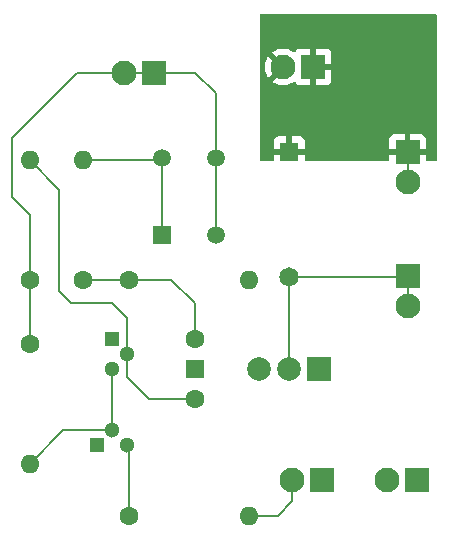
<source format=gbr>
%TF.GenerationSoftware,KiCad,Pcbnew,8.0.1*%
%TF.CreationDate,2024-07-20T13:09:04-07:00*%
%TF.ProjectId,Solenoid Control,536f6c65-6e6f-4696-9420-436f6e74726f,rev?*%
%TF.SameCoordinates,Original*%
%TF.FileFunction,Copper,L1,Top*%
%TF.FilePolarity,Positive*%
%FSLAX46Y46*%
G04 Gerber Fmt 4.6, Leading zero omitted, Abs format (unit mm)*
G04 Created by KiCad (PCBNEW 8.0.1) date 2024-07-20 13:09:04*
%MOMM*%
%LPD*%
G01*
G04 APERTURE LIST*
%TA.AperFunction,ComponentPad*%
%ADD10C,1.650000*%
%TD*%
%TA.AperFunction,ComponentPad*%
%ADD11R,1.650000X1.650000*%
%TD*%
%TA.AperFunction,ComponentPad*%
%ADD12C,1.600000*%
%TD*%
%TA.AperFunction,ComponentPad*%
%ADD13R,1.500000X1.500000*%
%TD*%
%TA.AperFunction,ComponentPad*%
%ADD14R,2.100000X2.100000*%
%TD*%
%TA.AperFunction,ComponentPad*%
%ADD15C,2.100000*%
%TD*%
%TA.AperFunction,ComponentPad*%
%ADD16O,1.600000X1.600000*%
%TD*%
%TA.AperFunction,ComponentPad*%
%ADD17R,1.300000X1.300000*%
%TD*%
%TA.AperFunction,ComponentPad*%
%ADD18C,1.300000*%
%TD*%
%TA.AperFunction,ComponentPad*%
%ADD19R,1.508000X1.508000*%
%TD*%
%TA.AperFunction,ComponentPad*%
%ADD20C,1.508000*%
%TD*%
%TA.AperFunction,ComponentPad*%
%ADD21C,2.010000*%
%TD*%
%TA.AperFunction,ComponentPad*%
%ADD22R,2.010000X2.010000*%
%TD*%
%TA.AperFunction,Conductor*%
%ADD23C,0.200000*%
%TD*%
G04 APERTURE END LIST*
D10*
%TO.P,D2,A*%
%TO.N,Net-(J2-Pin_1)*%
X148000000Y-75300000D03*
D11*
%TO.P,D2,C*%
%TO.N,/VCC*%
X148000000Y-64700000D03*
%TD*%
D12*
%TO.P,SW2,1,C*%
%TO.N,Net-(Q3-C)*%
X140000000Y-85580000D03*
D13*
%TO.P,SW2,2,B*%
%TO.N,Net-(Q1-G)*%
X140000000Y-83040000D03*
D12*
%TO.P,SW2,3,A*%
%TO.N,Net-(SW2-A)*%
X140000000Y-80500000D03*
%TD*%
D14*
%TO.P,J3,1,Pin_1*%
%TO.N,/VCC*%
X150000000Y-57500000D03*
D15*
%TO.P,J3,2,Pin_2*%
X147460000Y-57500000D03*
%TD*%
D12*
%TO.P,R3,1*%
%TO.N,Net-(J6-Pin_1)*%
X126000000Y-75580000D03*
D16*
%TO.P,R3,2*%
%TO.N,Net-(Q3-C)*%
X126000000Y-65420000D03*
%TD*%
D14*
%TO.P,J6,1,Pin_1*%
%TO.N,Net-(J6-Pin_1)*%
X136500000Y-58000000D03*
D15*
%TO.P,J6,2,Pin_2*%
X133960000Y-58000000D03*
%TD*%
D17*
%TO.P,Q3,1,E*%
%TO.N,/GND*%
X133000000Y-80500000D03*
D18*
%TO.P,Q3,2,C*%
%TO.N,Net-(Q3-C)*%
X134270000Y-81780000D03*
%TO.P,Q3,3,B*%
%TO.N,Net-(Q2-C)*%
X133000000Y-83040000D03*
%TD*%
D19*
%TO.P,S1,1*%
%TO.N,Net-(R1-Pad2)*%
X137250000Y-71750000D03*
D20*
%TO.P,S1,2*%
X137250000Y-65250000D03*
%TO.P,S1,3*%
%TO.N,Net-(J6-Pin_1)*%
X141750000Y-71750000D03*
%TO.P,S1,4*%
X141750000Y-65250000D03*
%TD*%
D14*
%TO.P,J1,1,Pin_1*%
%TO.N,/VCC*%
X158000000Y-64730000D03*
D15*
%TO.P,J1,2,Pin_2*%
X158000000Y-67270000D03*
%TD*%
D12*
%TO.P,R2,1*%
%TO.N,Net-(SW2-A)*%
X134420000Y-75500000D03*
D16*
%TO.P,R2,2*%
%TO.N,/GND*%
X144580000Y-75500000D03*
%TD*%
D17*
%TO.P,Q2,1,E*%
%TO.N,/GND*%
X131720000Y-89500000D03*
D18*
%TO.P,Q2,2,C*%
%TO.N,Net-(Q2-C)*%
X133000000Y-88230000D03*
%TO.P,Q2,3,B*%
%TO.N,Net-(Q2-B)*%
X134260000Y-89500000D03*
%TD*%
D14*
%TO.P,J4,1,Pin_1*%
%TO.N,/GND*%
X158770000Y-92500000D03*
D15*
%TO.P,J4,2,Pin_2*%
X156230000Y-92500000D03*
%TD*%
D12*
%TO.P,R5,1*%
%TO.N,Net-(Q2-B)*%
X134420000Y-95500000D03*
D16*
%TO.P,R5,2*%
%TO.N,Net-(J5-Pin_1)*%
X144580000Y-95500000D03*
%TD*%
D12*
%TO.P,R4,1*%
%TO.N,Net-(J6-Pin_1)*%
X126000000Y-80920000D03*
D16*
%TO.P,R4,2*%
%TO.N,Net-(Q2-C)*%
X126000000Y-91080000D03*
%TD*%
D14*
%TO.P,J2,1,Pin_1*%
%TO.N,Net-(J2-Pin_1)*%
X158000000Y-75230000D03*
D15*
%TO.P,J2,2,Pin_2*%
X158000000Y-77770000D03*
%TD*%
D12*
%TO.P,R1,1*%
%TO.N,Net-(SW2-A)*%
X130500000Y-75580000D03*
D16*
%TO.P,R1,2*%
%TO.N,Net-(R1-Pad2)*%
X130500000Y-65420000D03*
%TD*%
D21*
%TO.P,Q1,1,D*%
%TO.N,Net-(J2-Pin_1)*%
X148000000Y-83040000D03*
%TO.P,Q1,2,G*%
%TO.N,Net-(Q1-G)*%
X145460000Y-83040000D03*
D22*
%TO.P,Q1,3,S*%
%TO.N,/GND*%
X150540000Y-83040000D03*
%TD*%
D14*
%TO.P,J5,1,Pin_1*%
%TO.N,Net-(J5-Pin_1)*%
X150770000Y-92500000D03*
D15*
%TO.P,J5,2,Pin_2*%
X148230000Y-92500000D03*
%TD*%
D23*
%TO.N,Net-(J2-Pin_1)*%
X157930000Y-75300000D02*
X158000000Y-75230000D01*
X158000000Y-77770000D02*
X158000000Y-75230000D01*
X148000000Y-75300000D02*
X157930000Y-75300000D01*
X148000000Y-75300000D02*
X148000000Y-83040000D01*
%TO.N,Net-(J5-Pin_1)*%
X148230000Y-94270000D02*
X148230000Y-92500000D01*
X147000000Y-95500000D02*
X148230000Y-94270000D01*
X144580000Y-95500000D02*
X147000000Y-95500000D01*
%TO.N,Net-(R1-Pad2)*%
X130500000Y-65420000D02*
X137080000Y-65420000D01*
X137080000Y-65420000D02*
X137250000Y-65250000D01*
X137250000Y-71750000D02*
X137250000Y-65250000D01*
%TO.N,Net-(SW2-A)*%
X134420000Y-75500000D02*
X130580000Y-75500000D01*
X130580000Y-75500000D02*
X130500000Y-75580000D01*
X138000000Y-75500000D02*
X140000000Y-77500000D01*
X134500000Y-75580000D02*
X134420000Y-75500000D01*
X134420000Y-75500000D02*
X138000000Y-75500000D01*
X140000000Y-77500000D02*
X140000000Y-80500000D01*
%TO.N,/VCC*%
X148730000Y-64730000D02*
X148000000Y-64000000D01*
X158000000Y-64730000D02*
X158000000Y-67270000D01*
%TO.N,Net-(J6-Pin_1)*%
X126000000Y-70000000D02*
X124500000Y-68500000D01*
X133960000Y-58000000D02*
X136500000Y-58000000D01*
X124500000Y-63500000D02*
X130000000Y-58000000D01*
X140000000Y-58000000D02*
X141750000Y-59750000D01*
X141750000Y-71750000D02*
X141750000Y-65250000D01*
X126000000Y-80920000D02*
X126000000Y-75580000D01*
X124500000Y-68500000D02*
X124500000Y-63500000D01*
X141750000Y-59750000D02*
X141750000Y-65250000D01*
X126000000Y-75580000D02*
X126000000Y-70000000D01*
X136500000Y-58000000D02*
X140000000Y-58000000D01*
X130000000Y-58000000D02*
X133960000Y-58000000D01*
%TO.N,Net-(Q3-C)*%
X133000000Y-77500000D02*
X134270000Y-78770000D01*
X136080000Y-85580000D02*
X140000000Y-85580000D01*
X126000000Y-65420000D02*
X128500000Y-67920000D01*
X128500000Y-67920000D02*
X128500000Y-76500000D01*
X134270000Y-78770000D02*
X134270000Y-81780000D01*
X128500000Y-76500000D02*
X129500000Y-77500000D01*
X129500000Y-77500000D02*
X133000000Y-77500000D01*
X134270000Y-81780000D02*
X134270000Y-83770000D01*
X134270000Y-83770000D02*
X136080000Y-85580000D01*
%TO.N,Net-(Q2-C)*%
X128850000Y-88230000D02*
X133000000Y-88230000D01*
X126000000Y-91080000D02*
X128850000Y-88230000D01*
X133000000Y-88230000D02*
X133000000Y-83040000D01*
%TO.N,Net-(Q2-B)*%
X134420000Y-89660000D02*
X134260000Y-89500000D01*
X134420000Y-95500000D02*
X134420000Y-89660000D01*
%TD*%
%TA.AperFunction,Conductor*%
%TO.N,/VCC*%
G36*
X160443039Y-53019685D02*
G01*
X160488794Y-53072489D01*
X160500000Y-53124000D01*
X160500000Y-65376000D01*
X160480315Y-65443039D01*
X160427511Y-65488794D01*
X160376000Y-65500000D01*
X159674000Y-65500000D01*
X159606961Y-65480315D01*
X159561206Y-65427511D01*
X159550000Y-65376000D01*
X159550000Y-64980000D01*
X158490748Y-64980000D01*
X158512518Y-64942292D01*
X158550000Y-64802409D01*
X158550000Y-64657591D01*
X158512518Y-64517708D01*
X158490748Y-64480000D01*
X159550000Y-64480000D01*
X159550000Y-63632172D01*
X159549999Y-63632155D01*
X159543598Y-63572627D01*
X159543596Y-63572620D01*
X159493354Y-63437913D01*
X159493350Y-63437906D01*
X159407190Y-63322812D01*
X159407187Y-63322809D01*
X159292093Y-63236649D01*
X159292086Y-63236645D01*
X159157379Y-63186403D01*
X159157372Y-63186401D01*
X159097844Y-63180000D01*
X158250000Y-63180000D01*
X158250000Y-64239252D01*
X158212292Y-64217482D01*
X158072409Y-64180000D01*
X157927591Y-64180000D01*
X157787708Y-64217482D01*
X157750000Y-64239252D01*
X157750000Y-63180000D01*
X156902155Y-63180000D01*
X156842627Y-63186401D01*
X156842620Y-63186403D01*
X156707913Y-63236645D01*
X156707906Y-63236649D01*
X156592812Y-63322809D01*
X156592809Y-63322812D01*
X156506649Y-63437906D01*
X156506645Y-63437913D01*
X156456403Y-63572620D01*
X156456401Y-63572627D01*
X156450000Y-63632155D01*
X156450000Y-64480000D01*
X157509252Y-64480000D01*
X157487482Y-64517708D01*
X157450000Y-64657591D01*
X157450000Y-64802409D01*
X157487482Y-64942292D01*
X157509252Y-64980000D01*
X156450000Y-64980000D01*
X156450000Y-65376000D01*
X156430315Y-65443039D01*
X156377511Y-65488794D01*
X156326000Y-65500000D01*
X149449000Y-65500000D01*
X149381961Y-65480315D01*
X149336206Y-65427511D01*
X149325000Y-65376000D01*
X149325000Y-64950000D01*
X148490748Y-64950000D01*
X148512518Y-64912292D01*
X148550000Y-64772409D01*
X148550000Y-64627591D01*
X148512518Y-64487708D01*
X148490748Y-64450000D01*
X149325000Y-64450000D01*
X149325000Y-63827172D01*
X149324999Y-63827155D01*
X149318598Y-63767627D01*
X149318596Y-63767620D01*
X149268354Y-63632913D01*
X149268350Y-63632906D01*
X149182190Y-63517812D01*
X149182187Y-63517809D01*
X149067093Y-63431649D01*
X149067086Y-63431645D01*
X148932379Y-63381403D01*
X148932372Y-63381401D01*
X148872844Y-63375000D01*
X148250000Y-63375000D01*
X148250000Y-64209252D01*
X148212292Y-64187482D01*
X148072409Y-64150000D01*
X147927591Y-64150000D01*
X147787708Y-64187482D01*
X147750000Y-64209252D01*
X147750000Y-63375000D01*
X147127155Y-63375000D01*
X147067627Y-63381401D01*
X147067620Y-63381403D01*
X146932913Y-63431645D01*
X146932906Y-63431649D01*
X146817812Y-63517809D01*
X146817809Y-63517812D01*
X146731649Y-63632906D01*
X146731645Y-63632913D01*
X146681403Y-63767620D01*
X146681401Y-63767627D01*
X146675000Y-63827155D01*
X146675000Y-64450000D01*
X147509252Y-64450000D01*
X147487482Y-64487708D01*
X147450000Y-64627591D01*
X147450000Y-64772409D01*
X147487482Y-64912292D01*
X147509252Y-64950000D01*
X146675000Y-64950000D01*
X146675000Y-65376000D01*
X146655315Y-65443039D01*
X146602511Y-65488794D01*
X146551000Y-65500000D01*
X145624000Y-65500000D01*
X145556961Y-65480315D01*
X145511206Y-65427511D01*
X145500000Y-65376000D01*
X145500000Y-57500000D01*
X145905207Y-57500000D01*
X145924348Y-57743219D01*
X145981303Y-57980457D01*
X146074668Y-58205861D01*
X146198504Y-58407941D01*
X146936212Y-57670233D01*
X146947482Y-57712292D01*
X147019890Y-57837708D01*
X147122292Y-57940110D01*
X147247708Y-58012518D01*
X147289763Y-58023787D01*
X146552057Y-58761494D01*
X146754138Y-58885331D01*
X146979542Y-58978696D01*
X147216780Y-59035651D01*
X147216779Y-59035651D01*
X147460000Y-59054792D01*
X147703219Y-59035651D01*
X147940457Y-58978696D01*
X148165861Y-58885331D01*
X148350985Y-58771887D01*
X148418431Y-58753642D01*
X148485033Y-58774758D01*
X148515041Y-58803303D01*
X148592809Y-58907187D01*
X148592812Y-58907190D01*
X148707906Y-58993350D01*
X148707913Y-58993354D01*
X148842620Y-59043596D01*
X148842627Y-59043598D01*
X148902155Y-59049999D01*
X148902172Y-59050000D01*
X149750000Y-59050000D01*
X149750000Y-57990747D01*
X149787708Y-58012518D01*
X149927591Y-58050000D01*
X150072409Y-58050000D01*
X150212292Y-58012518D01*
X150250000Y-57990747D01*
X150250000Y-59050000D01*
X151097828Y-59050000D01*
X151097844Y-59049999D01*
X151157372Y-59043598D01*
X151157379Y-59043596D01*
X151292086Y-58993354D01*
X151292093Y-58993350D01*
X151407187Y-58907190D01*
X151407190Y-58907187D01*
X151493350Y-58792093D01*
X151493354Y-58792086D01*
X151543596Y-58657379D01*
X151543598Y-58657372D01*
X151549999Y-58597844D01*
X151550000Y-58597827D01*
X151550000Y-57750000D01*
X150490748Y-57750000D01*
X150512518Y-57712292D01*
X150550000Y-57572409D01*
X150550000Y-57427591D01*
X150512518Y-57287708D01*
X150490748Y-57250000D01*
X151550000Y-57250000D01*
X151550000Y-56402172D01*
X151549999Y-56402155D01*
X151543598Y-56342627D01*
X151543596Y-56342620D01*
X151493354Y-56207913D01*
X151493350Y-56207906D01*
X151407190Y-56092812D01*
X151407187Y-56092809D01*
X151292093Y-56006649D01*
X151292086Y-56006645D01*
X151157379Y-55956403D01*
X151157372Y-55956401D01*
X151097844Y-55950000D01*
X150250000Y-55950000D01*
X150250000Y-57009252D01*
X150212292Y-56987482D01*
X150072409Y-56950000D01*
X149927591Y-56950000D01*
X149787708Y-56987482D01*
X149750000Y-57009252D01*
X149750000Y-55950000D01*
X148902155Y-55950000D01*
X148842627Y-55956401D01*
X148842620Y-55956403D01*
X148707913Y-56006645D01*
X148707906Y-56006649D01*
X148592812Y-56092809D01*
X148515041Y-56196697D01*
X148459107Y-56238567D01*
X148389415Y-56243551D01*
X148350985Y-56228113D01*
X148165856Y-56114666D01*
X147940457Y-56021303D01*
X147703219Y-55964348D01*
X147703220Y-55964348D01*
X147460000Y-55945207D01*
X147216780Y-55964348D01*
X146979542Y-56021303D01*
X146754138Y-56114668D01*
X146552057Y-56238504D01*
X147289765Y-56976212D01*
X147247708Y-56987482D01*
X147122292Y-57059890D01*
X147019890Y-57162292D01*
X146947482Y-57287708D01*
X146936212Y-57329765D01*
X146198504Y-56592057D01*
X146074668Y-56794138D01*
X145981303Y-57019542D01*
X145924348Y-57256780D01*
X145905207Y-57500000D01*
X145500000Y-57500000D01*
X145500000Y-53124000D01*
X145519685Y-53056961D01*
X145572489Y-53011206D01*
X145624000Y-53000000D01*
X160376000Y-53000000D01*
X160443039Y-53019685D01*
G37*
%TD.AperFunction*%
%TD*%
M02*

</source>
